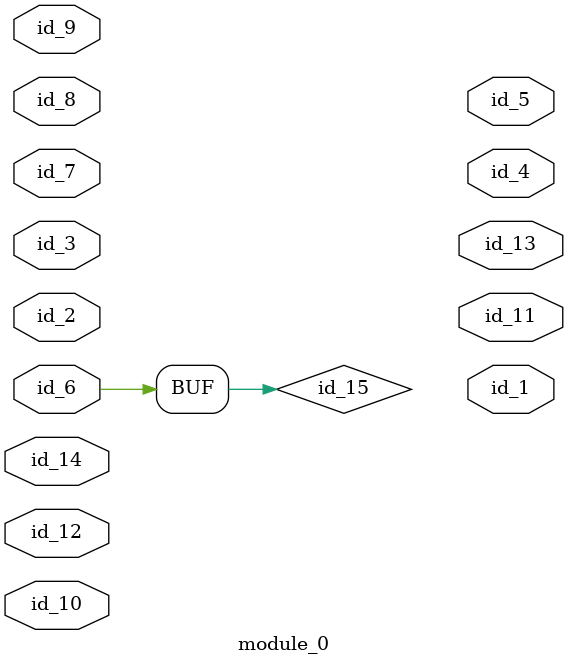
<source format=v>
module module_0 (
    id_1,
    id_2,
    id_3,
    id_4,
    id_5,
    id_6,
    id_7,
    id_8,
    id_9,
    id_10,
    id_11,
    id_12,
    id_13,
    id_14
);
  inout wire id_14;
  output wire id_13;
  inout wire id_12;
  output wire id_11;
  inout wire id_10;
  input wire id_9;
  input wire id_8;
  input wire id_7;
  inout wire id_6;
  output wire id_5;
  output wire id_4;
  inout wire id_3;
  inout wire id_2;
  output wire id_1;
  wire id_15 = id_6;
  wire id_16;
  wire id_17;
  wire id_18;
endmodule
module module_1;
  wire id_1;
  module_0 modCall_1 (
      id_1,
      id_1,
      id_1,
      id_1,
      id_1,
      id_1,
      id_1,
      id_1,
      id_1,
      id_1,
      id_1,
      id_1,
      id_1,
      id_1
  );
endmodule

</source>
